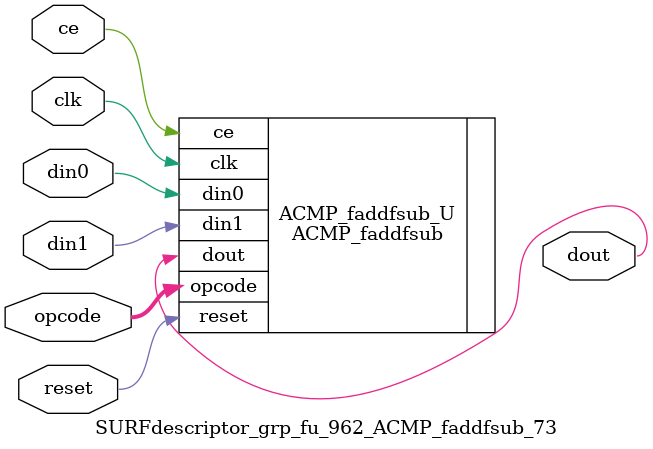
<source format=v>

`timescale 1 ns / 1 ps
module SURFdescriptor_grp_fu_962_ACMP_faddfsub_73(
    clk,
    reset,
    ce,
    din0,
    din1,
    opcode,
    dout);

parameter ID = 32'd1;
parameter NUM_STAGE = 32'd1;
parameter din0_WIDTH = 32'd1;
parameter din1_WIDTH = 32'd1;
parameter dout_WIDTH = 32'd1;
input clk;
input reset;
input ce;
input[din0_WIDTH - 1:0] din0;
input[din1_WIDTH - 1:0] din1;
input[2 - 1:0] opcode;
output[dout_WIDTH - 1:0] dout;



ACMP_faddfsub #(
.ID( ID ),
.NUM_STAGE( 4 ),
.din0_WIDTH( din0_WIDTH ),
.din1_WIDTH( din1_WIDTH ),
.dout_WIDTH( dout_WIDTH ))
ACMP_faddfsub_U(
    .clk( clk ),
    .reset( reset ),
    .ce( ce ),
    .din0( din0 ),
    .din1( din1 ),
    .dout( dout ),
    .opcode( opcode ));

endmodule

</source>
